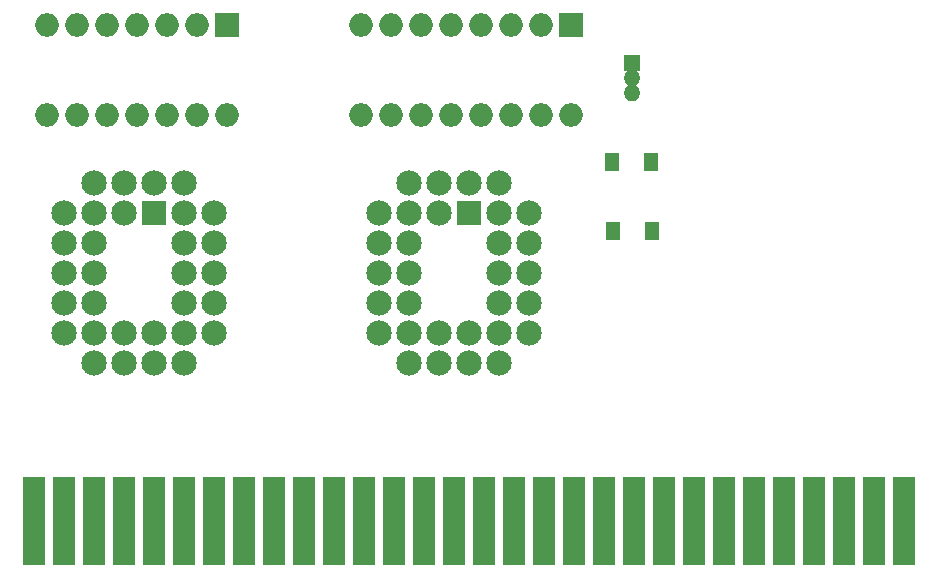
<source format=gts>
G04 #@! TF.GenerationSoftware,KiCad,Pcbnew,(5.0.0)*
G04 #@! TF.CreationDate,2018-07-25T17:19:14+09:00*
G04 #@! TF.ProjectId,kazzo_akizuki_nrom,6B617A7A6F5F616B697A756B695F6E72,rev?*
G04 #@! TF.SameCoordinates,Original*
G04 #@! TF.FileFunction,Soldermask,Top*
G04 #@! TF.FilePolarity,Negative*
%FSLAX46Y46*%
G04 Gerber Fmt 4.6, Leading zero omitted, Abs format (unit mm)*
G04 Created by KiCad (PCBNEW (5.0.0)) date 07/25/18 17:19:14*
%MOMM*%
%LPD*%
G01*
G04 APERTURE LIST*
%ADD10R,1.400000X1.400000*%
%ADD11O,1.400000X1.400000*%
%ADD12R,1.924000X7.512000*%
%ADD13R,1.300000X1.600000*%
%ADD14R,2.000000X2.000000*%
%ADD15O,2.000000X2.000000*%
%ADD16R,2.150000X2.150000*%
%ADD17C,2.150000*%
G04 APERTURE END LIST*
D10*
G04 #@! TO.C,J1*
X145860000Y-77406500D03*
D11*
X145860000Y-78676500D03*
X145860000Y-79946500D03*
G04 #@! TD*
D12*
G04 #@! TO.C,J2*
X168846000Y-116141500D03*
X166306000Y-116141500D03*
X163766000Y-116141500D03*
X161226000Y-116141500D03*
X158686000Y-116141500D03*
X156146000Y-116141500D03*
X153606000Y-116141500D03*
X151066000Y-116141500D03*
X148526000Y-116141500D03*
X145986000Y-116141500D03*
X143446000Y-116141500D03*
X140906000Y-116141500D03*
X138366000Y-116141500D03*
X135826000Y-116141500D03*
X133286000Y-116141500D03*
X130746000Y-116141500D03*
X128206000Y-116141500D03*
X125666000Y-116141500D03*
X123126000Y-116141500D03*
X120586000Y-116141500D03*
X118046000Y-116141500D03*
X115506000Y-116141500D03*
X112966000Y-116141500D03*
X110426000Y-116141500D03*
X107886000Y-116141500D03*
X105346000Y-116141500D03*
X102806000Y-116141500D03*
X100266000Y-116141500D03*
X97726000Y-116141500D03*
X95186000Y-116141500D03*
G04 #@! TD*
D13*
G04 #@! TO.C,JP1*
X144146000Y-85725000D03*
X147446000Y-85725000D03*
G04 #@! TD*
G04 #@! TO.C,JP2*
X144210000Y-91630500D03*
X147510000Y-91630500D03*
G04 #@! TD*
D14*
G04 #@! TO.C,U1*
X140652000Y-74168000D03*
D15*
X122872000Y-81788000D03*
X138112000Y-74168000D03*
X125412000Y-81788000D03*
X135572000Y-74168000D03*
X127952000Y-81788000D03*
X133032000Y-74168000D03*
X130492000Y-81788000D03*
X130492000Y-74168000D03*
X133032000Y-81788000D03*
X127952000Y-74168000D03*
X135572000Y-81788000D03*
X125412000Y-74168000D03*
X138112000Y-81788000D03*
X122872000Y-74168000D03*
X140652000Y-81788000D03*
G04 #@! TD*
D16*
G04 #@! TO.C,U2*
X132016000Y-90043000D03*
D17*
X129476000Y-90043000D03*
X134556000Y-90043000D03*
X137096000Y-90043000D03*
X129476000Y-87503000D03*
X126936000Y-87503000D03*
X132016000Y-87503000D03*
X134556000Y-87503000D03*
X126936000Y-90043000D03*
X126936000Y-92583000D03*
X126936000Y-95123000D03*
X126936000Y-97663000D03*
X124396000Y-90043000D03*
X124396000Y-92583000D03*
X124396000Y-95123000D03*
X124396000Y-97663000D03*
X124396000Y-100203000D03*
X126936000Y-100203000D03*
X129476000Y-100203000D03*
X132016000Y-100203000D03*
X134556000Y-100203000D03*
X126936000Y-102743000D03*
X129476000Y-102743000D03*
X132016000Y-102743000D03*
X134556000Y-102743000D03*
X134556000Y-97663000D03*
X134556000Y-95123000D03*
X134556000Y-92583000D03*
X134556000Y-90043000D03*
X137096000Y-100203000D03*
X137096000Y-97663000D03*
X137096000Y-95123000D03*
X137096000Y-92583000D03*
X137096000Y-90043000D03*
G04 #@! TD*
D16*
G04 #@! TO.C,U3*
X105346000Y-90106500D03*
D17*
X102806000Y-90106500D03*
X107886000Y-90106500D03*
X110426000Y-90106500D03*
X102806000Y-87566500D03*
X100266000Y-87566500D03*
X105346000Y-87566500D03*
X107886000Y-87566500D03*
X100266000Y-90106500D03*
X100266000Y-92646500D03*
X100266000Y-95186500D03*
X100266000Y-97726500D03*
X97726000Y-90106500D03*
X97726000Y-92646500D03*
X97726000Y-95186500D03*
X97726000Y-97726500D03*
X97726000Y-100266500D03*
X100266000Y-100266500D03*
X102806000Y-100266500D03*
X105346000Y-100266500D03*
X107886000Y-100266500D03*
X100266000Y-102806500D03*
X102806000Y-102806500D03*
X105346000Y-102806500D03*
X107886000Y-102806500D03*
X107886000Y-97726500D03*
X107886000Y-95186500D03*
X107886000Y-92646500D03*
X107886000Y-90106500D03*
X110426000Y-100266500D03*
X110426000Y-97726500D03*
X110426000Y-95186500D03*
X110426000Y-92646500D03*
X110426000Y-90106500D03*
G04 #@! TD*
D14*
G04 #@! TO.C,U4*
X111570000Y-74168000D03*
D15*
X96330000Y-81788000D03*
X109030000Y-74168000D03*
X98870000Y-81788000D03*
X106490000Y-74168000D03*
X101410000Y-81788000D03*
X103950000Y-74168000D03*
X103950000Y-81788000D03*
X101410000Y-74168000D03*
X106490000Y-81788000D03*
X98870000Y-74168000D03*
X109030000Y-81788000D03*
X96330000Y-74168000D03*
X111570000Y-81788000D03*
G04 #@! TD*
M02*

</source>
